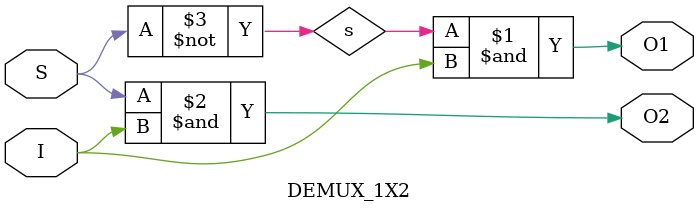
<source format=v>
`timescale 1ns / 1ps

// Author      : Venu Pabbuleti 
// ID          : N180116
//Branch       : ECE
//Project Name : RTL design using Verilog
//Design  Name : 1 TO 2 DEMUX
//Module  Name : DEMUX DESIGN MODULE
//RGUKT NUZVID 
//////////////////////////////////////////////////////////////////////////////////


module DEMUX_1X2(I,S,O1,O2);
input I;
input S;
output O1,O2;
wire s;
not n1(s,S);
and a1(O1,s,I);
and a2(O2,S,I);
endmodule

</source>
